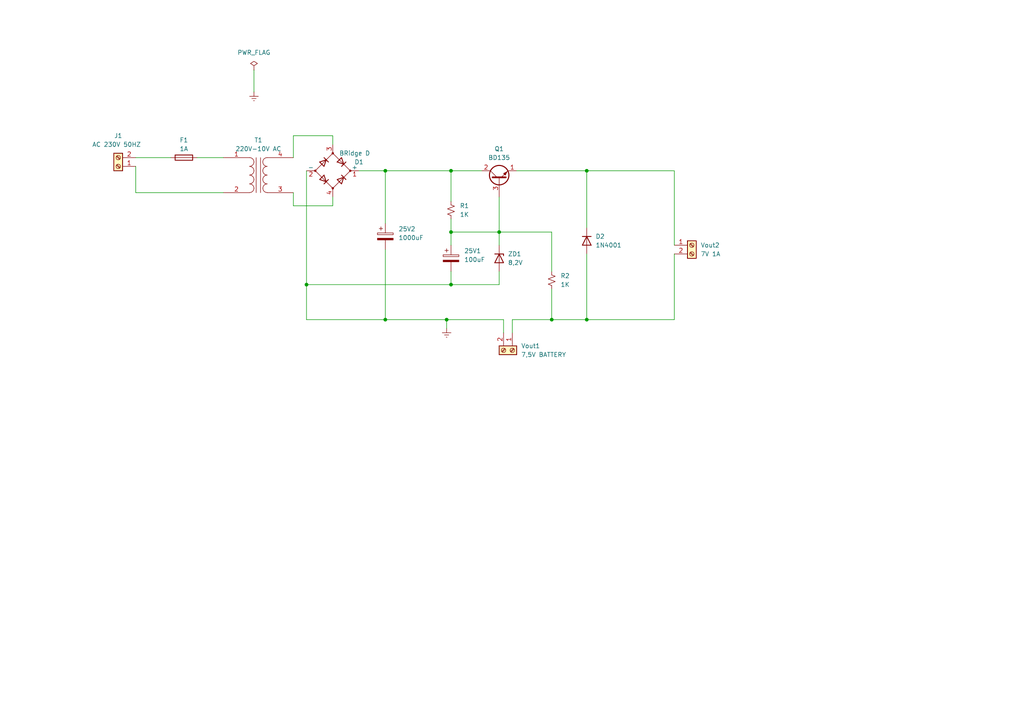
<source format=kicad_sch>
(kicad_sch (version 20230121) (generator eeschema)
  (paper "A4")
  (title_block (title "Simple UPS Module ") (date "22.12.2023") (rev "1.0") (company "by Muxtar_Safarov"))
  (lib_symbols
    (symbol "Connector:Screw_Terminal_01x02" (pin_names (offset 1.016) hide)
      (property "Reference" "J" (at 0 2.54 0))
      (property "Value" "Screw_Terminal_01x02" (at 0 -5.08 0))
      (symbol "Screw_Terminal_01x02_1_1"
        (rectangle (start -1.27 1.27) (end 1.27 -3.81) (stroke (width 0.254)) (fill (type background)))
        (circle (center 0 -2.54) (radius 0.635) (stroke (width 0.1524)))
        (polyline (pts (xy -0.5334 -2.2098) (xy 0.3302 -3.048)) (stroke (width 0.1524)))
        (polyline (pts (xy -0.5334 0.3302) (xy 0.3302 -0.508)) (stroke (width 0.1524)))
        (polyline (pts (xy -0.3556 -2.032) (xy 0.508 -2.8702)) (stroke (width 0.1524)))
        (polyline (pts (xy -0.3556 0.508) (xy 0.508 -0.3302)) (stroke (width 0.1524)))
        (circle (center 0 0) (radius 0.635) (stroke (width 0.1524)))
        (pin passive line (at -5.08 0 0) (length 3.81) (name "Pin_1") (number "1"))
        (pin passive line (at -5.08 -2.54 0) (length 3.81) (name "Pin_2") (number "2"))
      )
    )
    (symbol "Device:C_Polarized" (pin_numbers hide) (pin_names (offset 0.254))
      (property "Reference" "C" (at 0.635 2.54 0))
      (property "Value" "C_Polarized" (at 0.635 -2.54 0))
      (symbol "C_Polarized_0_1"
        (rectangle (start -2.286 0.508) (end 2.286 1.016))
        (polyline (pts (xy -1.778 2.286) (xy -0.762 2.286)))
        (polyline (pts (xy -1.27 2.794) (xy -1.27 1.778)))
        (rectangle (start 2.286 -0.508) (end -2.286 -1.016) (fill (type outline)))
      )
      (symbol "C_Polarized_1_1"
        (pin passive line (at 0 3.81 270) (length 2.794) (name "~") (number "1"))
        (pin passive line (at 0 -3.81 90) (length 2.794) (name "~") (number "2"))
      )
    )
    (symbol "Device:D_Bridge_+-AA" (pin_names (offset 0))
      (property "Reference" "D" (at 2.54 6.985 0))
      (property "Value" "D_Bridge_+-AA" (at 2.54 5.08 0))
      (symbol "D_Bridge_+-AA_0_1"
        (circle (center -5.08 0) (radius 0.254) (fill (type outline)))
        (circle (center 0 -5.08) (radius 0.254) (fill (type outline)))
        (polyline (pts (xy -2.54 3.81) (xy -1.27 2.54)) (stroke (width 0.254)))
        (polyline (pts (xy -1.27 -2.54) (xy -2.54 -3.81)) (stroke (width 0.254)))
        (polyline (pts (xy 2.54 -1.27) (xy 3.81 -2.54)) (stroke (width 0.254)))
        (polyline (pts (xy 2.54 1.27) (xy 3.81 2.54)) (stroke (width 0.254)))
        (polyline (pts (xy -3.81 2.54) (xy -2.54 1.27) (xy -1.905 3.175) (xy -3.81 2.54)) (stroke (width 0.254)))
        (polyline (pts (xy -2.54 -1.27) (xy -3.81 -2.54) (xy -1.905 -3.175) (xy -2.54 -1.27)) (stroke (width 0.254)))
        (polyline (pts (xy 1.27 2.54) (xy 2.54 3.81) (xy 3.175 1.905) (xy 1.27 2.54)) (stroke (width 0.254)))
        (polyline (pts (xy 3.175 -1.905) (xy 1.27 -2.54) (xy 2.54 -3.81) (xy 3.175 -1.905)) (stroke (width 0.254)))
        (polyline (pts (xy -5.08 0) (xy 0 -5.08) (xy 5.08 0) (xy 0 5.08) (xy -5.08 0)))
        (circle (center 0 5.08) (radius 0.254) (fill (type outline)))
        (circle (center 5.08 0) (radius 0.254) (fill (type outline)))
      )
      (symbol "D_Bridge_+-AA_1_1"
        (pin passive line (at 7.62 0 180) (length 2.54) (name "+") (number "1"))
        (pin passive line (at -7.62 0 0) (length 2.54) (name "-") (number "2"))
        (pin passive line (at 0 7.62 270) (length 2.54) (name "~") (number "3"))
        (pin passive line (at 0 -7.62 90) (length 2.54) (name "~") (number "4"))
      )
    )
    (symbol "Device:D_Zener" (pin_numbers hide) (pin_names (offset 1.016) hide)
      (property "Reference" "D" (at 0 2.54 0))
      (property "Value" "D_Zener" (at 0 -2.54 0))
      (symbol "D_Zener_0_1"
        (polyline (pts (xy 1.27 0) (xy -1.27 0)))
        (polyline (pts (xy -1.27 -1.27) (xy -1.27 1.27) (xy -0.762 1.27)) (stroke (width 0.254)))
        (polyline (pts (xy 1.27 -1.27) (xy 1.27 1.27) (xy -1.27 0) (xy 1.27 -1.27)) (stroke (width 0.254)))
      )
      (symbol "D_Zener_1_1"
        (pin passive line (at -3.81 0 0) (length 2.54) (name "K") (number "1"))
        (pin passive line (at 3.81 0 180) (length 2.54) (name "A") (number "2"))
      )
    )
    (symbol "Device:Fuse" (pin_numbers hide) (pin_names (offset 0))
      (property "Reference" "F" (at 2.032 0 90))
      (property "Value" "Fuse" (at -1.905 0 90))
      (symbol "Fuse_0_1"
        (rectangle (start -0.762 -2.54) (end 0.762 2.54) (stroke (width 0.254)))
        (polyline (pts (xy 0 2.54) (xy 0 -2.54)))
      )
      (symbol "Fuse_1_1"
        (pin passive line (at 0 3.81 270) (length 1.27) (name "~") (number "1"))
        (pin passive line (at 0 -3.81 90) (length 1.27) (name "~") (number "2"))
      )
    )
    (symbol "Device:R_Small_US" (pin_numbers hide) (pin_names (offset 0.254) hide)
      (property "Reference" "R" (at 0.762 0.508 0))
      (property "Value" "R_Small_US" (at 0.762 -1.016 0))
      (symbol "R_Small_US_1_1"
        (polyline (pts (xy 0 0) (xy 1.016 -0.381) (xy 0 -0.762) (xy -1.016 -1.143) (xy 0 -1.524)))
        (polyline (pts (xy 0 1.524) (xy 1.016 1.143) (xy 0 0.762) (xy -1.016 0.381) (xy 0 0)))
        (pin passive line (at 0 2.54 270) (length 1.016) (name "~") (number "1"))
        (pin passive line (at 0 -2.54 90) (length 1.016) (name "~") (number "2"))
      )
    )
    (symbol "Device:Transformer_1P_1S" (pin_names (offset 1.016) hide)
      (property "Reference" "T" (at 0 6.35 0))
      (property "Value" "Transformer_1P_1S" (at 0 -7.62 0))
      (symbol "Transformer_1P_1S_0_1"
        (arc (start -2.54 -5.0546) (mid -1.6599 -4.6901) (end -1.27 -3.81))
        (arc (start -2.54 -2.5146) (mid -1.6599 -2.1501) (end -1.27 -1.27))
        (arc (start -2.54 0.0254) (mid -1.6599 0.3899) (end -1.27 1.27))
        (arc (start -2.54 2.5654) (mid -1.6599 2.9299) (end -1.27 3.81))
        (arc (start -1.27 -3.81) (mid -1.642 -2.912) (end -2.54 -2.54))
        (arc (start -1.27 -1.27) (mid -1.642 -0.372) (end -2.54 0))
        (arc (start -1.27 1.27) (mid -1.642 2.168) (end -2.54 2.54))
        (arc (start -1.27 3.81) (mid -1.642 4.708) (end -2.54 5.08))
        (polyline (pts (xy -0.635 5.08) (xy -0.635 -5.08)))
        (polyline (pts (xy 0.635 -5.08) (xy 0.635 5.08)))
        (arc (start 1.2954 -1.27) (mid 1.6599 -2.1501) (end 2.54 -2.5146))
        (arc (start 1.2954 1.27) (mid 1.6599 0.3899) (end 2.54 0.0254))
        (arc (start 1.2954 3.81) (mid 1.6599 2.9299) (end 2.54 2.5654))
        (arc (start 1.3208 -3.81) (mid 1.6853 -4.6901) (end 2.5654 -5.0546))
        (arc (start 2.54 0) (mid 1.642 -0.372) (end 1.2954 -1.27))
        (arc (start 2.54 2.54) (mid 1.642 2.168) (end 1.2954 1.27))
        (arc (start 2.54 5.08) (mid 1.642 4.708) (end 1.2954 3.81))
        (arc (start 2.5654 -2.54) (mid 1.6674 -2.912) (end 1.3208 -3.81))
      )
      (symbol "Transformer_1P_1S_1_1"
        (pin passive line (at -10.16 5.08 0) (length 7.62) (name "AA") (number "1"))
        (pin passive line (at -10.16 -5.08 0) (length 7.62) (name "AB") (number "2"))
        (pin passive line (at 10.16 -5.08 180) (length 7.62) (name "SA") (number "3"))
        (pin passive line (at 10.16 5.08 180) (length 7.62) (name "SB") (number "4"))
      )
    )
    (symbol "Diode:1N4001" (pin_numbers hide) (pin_names hide)
      (property "Reference" "D" (at 0 2.54 0))
      (property "Value" "1N4001" (at 0 -2.54 0))
      (symbol "1N4001_0_1"
        (polyline (pts (xy -1.27 1.27) (xy -1.27 -1.27)) (stroke (width 0.254)))
        (polyline (pts (xy 1.27 0) (xy -1.27 0)))
        (polyline (pts (xy 1.27 1.27) (xy 1.27 -1.27) (xy -1.27 0) (xy 1.27 1.27)) (stroke (width 0.254)))
      )
      (symbol "1N4001_1_1"
        (pin passive line (at -3.81 0 0) (length 2.54) (name "K") (number "1"))
        (pin passive line (at 3.81 0 180) (length 2.54) (name "A") (number "2"))
      )
    )
    (symbol "Transistor_BJT:BD135" (pin_names (offset 0) hide)
      (property "Reference" "Q" (at 5.08 1.905 0))
      (property "Value" "BD135" (at 5.08 0 0))
      (symbol "BD135_0_1"
        (polyline (pts (xy 0 0) (xy 0.635 0)))
        (polyline (pts (xy 2.54 -2.54) (xy 0.635 -0.635)))
        (polyline (pts (xy 2.54 2.54) (xy 0.635 0.635)))
        (polyline (pts (xy 0.635 1.905) (xy 0.635 -1.905) (xy 0.635 -1.905)) (stroke (width 0.508)) (fill (type outline)))
        (polyline (pts (xy 1.2446 -1.778) (xy 1.7526 -1.27) (xy 2.286 -2.286) (xy 1.2446 -1.778) (xy 1.2446 -1.778)) (fill (type outline)))
        (circle (center 1.27 0) (radius 2.8194) (stroke (width 0.3048)))
      )
      (symbol "BD135_1_1"
        (pin passive line (at 2.54 -5.08 90) (length 2.54) (name "E") (number "1"))
        (pin passive line (at 2.54 5.08 270) (length 2.54) (name "C") (number "2"))
        (pin input line (at -5.08 0 0) (length 5.08) (name "B") (number "3"))
      )
    )
    (symbol "power:Earth" (power) (pin_names (offset 0))
      (symbol "Earth_0_1"
        (polyline (pts (xy -0.635 -1.905) (xy 0.635 -1.905)))
        (polyline (pts (xy -0.127 -2.54) (xy 0.127 -2.54)))
        (polyline (pts (xy 0 -1.27) (xy 0 0)))
        (polyline (pts (xy 1.27 -1.27) (xy -1.27 -1.27)))
      )
      (symbol "Earth_1_1"
        (pin power_in line (at 0 0 270) (length 0) hide (name "Earth") (number "1"))
      )
    )
    (symbol "power:PWR_FLAG" (power) (pin_numbers hide) (pin_names (offset 0) hide)
      (property "Value" "PWR_FLAG" (at 0 3.81 0))
      (symbol "PWR_FLAG_0_0"
        (pin power_out line (at 0 0 90) (length 0) (name "pwr") (number "1"))
      )
      (symbol "PWR_FLAG_0_1"
        (polyline (pts (xy 0 0) (xy 0 1.27) (xy -1.016 1.905) (xy 0 2.54) (xy 1.016 1.905) (xy 0 1.27)))
      )
    )
  )
  (junction (at 144.78 67.31))
  (junction (at 130.81 82.55))
  (junction (at 129.54 92.71))
  (junction (at 130.81 49.53))
  (junction (at 88.9 82.55))
  (junction (at 170.18 49.53))
  (junction (at 130.81 67.31))
  (junction (at 111.76 92.71))
  (junction (at 170.18 92.71))
  (junction (at 160.02 92.71))
  (junction (at 111.76 49.53))
  (wire (pts (xy 111.76 49.53) (xy 130.81 49.53)))
  (wire (pts (xy 149.86 49.53) (xy 170.18 49.53)))
  (wire (pts (xy 195.58 73.66) (xy 195.58 92.71)))
  (wire (pts (xy 146.05 92.71) (xy 129.54 92.71)))
  (wire (pts (xy 104.14 49.53) (xy 111.76 49.53)))
  (wire (pts (xy 130.81 49.53) (xy 139.7 49.53)))
  (wire (pts (xy 39.37 55.88) (xy 64.77 55.88)))
  (wire (pts (xy 130.81 67.31) (xy 130.81 71.12)))
  (wire (pts (xy 144.78 71.12) (xy 144.78 67.31)))
  (wire (pts (xy 130.81 78.74) (xy 130.81 82.55)))
  (wire (pts (xy 144.78 82.55) (xy 130.81 82.55)))
  (wire (pts (xy 195.58 49.53) (xy 170.18 49.53)))
  (wire (pts (xy 130.81 82.55) (xy 88.9 82.55)))
  (wire (pts (xy 170.18 49.53) (xy 170.18 66.04)))
  (wire (pts (xy 144.78 78.74) (xy 144.78 82.55)))
  (wire (pts (xy 146.05 96.52) (xy 146.05 92.71)))
  (wire (pts (xy 160.02 67.31) (xy 144.78 67.31)))
  (wire (pts (xy 130.81 58.42) (xy 130.81 49.53)))
  (wire (pts (xy 88.9 82.55) (xy 88.9 92.71)))
  (wire (pts (xy 144.78 57.15) (xy 144.78 67.31)))
  (wire (pts (xy 111.76 49.53) (xy 111.76 64.77)))
  (wire (pts (xy 130.81 63.5) (xy 130.81 67.31)))
  (wire (pts (xy 96.52 41.91) (xy 96.52 39.37)))
  (wire (pts (xy 160.02 78.74) (xy 160.02 67.31)))
  (wire (pts (xy 148.59 92.71) (xy 148.59 96.52)))
  (wire (pts (xy 88.9 49.53) (xy 88.9 82.55)))
  (wire (pts (xy 111.76 92.71) (xy 129.54 92.71)))
  (wire (pts (xy 57.15 45.72) (xy 64.77 45.72)))
  (wire (pts (xy 85.09 59.69) (xy 96.52 59.69)))
  (wire (pts (xy 96.52 59.69) (xy 96.52 57.15)))
  (wire (pts (xy 170.18 92.71) (xy 160.02 92.71)))
  (wire (pts (xy 195.58 92.71) (xy 170.18 92.71)))
  (wire (pts (xy 85.09 39.37) (xy 85.09 45.72)))
  (wire (pts (xy 88.9 92.71) (xy 111.76 92.71)))
  (wire (pts (xy 73.66 20.32) (xy 73.66 26.67)))
  (wire (pts (xy 195.58 71.12) (xy 195.58 49.53)))
  (wire (pts (xy 170.18 73.66) (xy 170.18 92.71)))
  (wire (pts (xy 129.54 95.25) (xy 129.54 92.71)))
  (wire (pts (xy 85.09 55.88) (xy 85.09 59.69)))
  (wire (pts (xy 39.37 45.72) (xy 49.53 45.72)))
  (wire (pts (xy 96.52 39.37) (xy 85.09 39.37)))
  (wire (pts (xy 160.02 92.71) (xy 148.59 92.71)))
  (wire (pts (xy 39.37 48.26) (xy 39.37 55.88)))
  (wire (pts (xy 160.02 83.82) (xy 160.02 92.71)))
  (wire (pts (xy 111.76 72.39) (xy 111.76 92.71)))
  (wire (pts (xy 130.81 67.31) (xy 144.78 67.31)))
  (symbol (lib_id "Connector:Screw_Terminal_01x02") (at 200.66 71.12 0) (unit 1)
    (property "Reference" "Vout2" (at 203.2 71.12 0) (effects (justify left)))
    (property "Value" "7V 1A " (at 203.2 73.66 0) (effects (justify left)))
    (property "Footprint" "TerminalBlock:TerminalBlock_bornier-2_P5.08mm" (effects hide))
  )
  (symbol (lib_id "Device:Transformer_1P_1S") (at 74.93 50.8 0) (unit 1)
    (property "Reference" "T1" (at 74.9427 40.64 0))
    (property "Value" "220V-10V AC" (at 74.9427 43.18 0))
    (property "Footprint" "Transformer_THT:Transformer_Toroid_Horizontal_D18.0mm" (effects hide))
  )
  (symbol (lib_id "power:PWR_FLAG") (at 73.66 20.32 0) (unit 1)
    (property "Reference" "#FLG01" (effects hide))
    (property "Value" "PWR_FLAG" (at 73.66 15.24 0))
  )
  (symbol (lib_id "power:Earth") (at 129.54 95.25 0) (unit 1)
    (property "Reference" "#PWR01" (effects hide))
    (property "Value" "Earth" (effects hide))
  )
  (symbol (lib_id "Connector:Screw_Terminal_01x02") (at 148.59 101.6 270) (unit 1)
    (property "Reference" "Vout1" (at 151.13 100.33 90) (effects (justify left)))
    (property "Value" "7,5V BATTERY" (at 151.13 102.87 90) (effects (justify left)))
    (property "Footprint" "TerminalBlock:TerminalBlock_bornier-2_P5.08mm" (effects hide))
  )
  (symbol (lib_id "Device:D_Zener") (at 144.78 74.93 270) (unit 1)
    (property "Reference" "ZD1" (at 147.32 73.66 90) (effects (justify left)))
    (property "Value" "8,2V" (at 147.32 76.2 90) (effects (justify left)))
    (property "Footprint" "Diode_THT:D_DO-35_SOD27_P7.62mm_Horizontal" (effects hide))
  )
  (symbol (lib_id "Device:C_Polarized") (at 130.81 74.93 0) (unit 1)
    (property "Reference" "25V1" (at 134.62 72.771 0) (effects (justify left)))
    (property "Value" "100uF" (at 134.62 75.311 0) (effects (justify left)))
    (property "Footprint" "Capacitor_THT:CP_Radial_D10.0mm_P7.50mm" (effects hide))
  )
  (symbol (lib_id "Device:R_Small_US") (at 160.02 81.28 180) (unit 1)
    (property "Reference" "R2" (at 162.56 80.01 0) (effects (justify right)))
    (property "Value" "1K" (at 162.56 82.55 0) (effects (justify right)))
    (property "Footprint" "Resistor_THT:R_Axial_DIN0411_L9.9mm_D3.6mm_P15.24mm_Horizontal" (effects hide))
  )
  (symbol (lib_id "Device:R_Small_US") (at 130.81 60.96 180) (unit 1)
    (property "Reference" "R1" (at 133.35 59.69 0) (effects (justify right)))
    (property "Value" "1K" (at 133.35 62.23 0) (effects (justify right)))
    (property "Footprint" "Resistor_THT:R_Axial_DIN0411_L9.9mm_D3.6mm_P15.24mm_Horizontal" (effects hide))
  )
  (symbol (lib_id "Device:C_Polarized") (at 111.76 68.58 0) (unit 1)
    (property "Reference" "25V2" (at 115.57 66.421 0) (effects (justify left)))
    (property "Value" "1000uF" (at 115.57 68.961 0) (effects (justify left)))
    (property "Footprint" "Capacitor_THT:CP_Radial_D16.0mm_P7.50mm" (effects hide))
  )
  (symbol (lib_id "Transistor_BJT:BD135") (at 144.78 52.07 90) (unit 1)
    (property "Reference" "Q1" (at 144.78 43.18 90))
    (property "Value" "BD135" (at 144.78 45.72 90))
    (property "Footprint" "Package_TO_SOT_THT:TO-126-3_Vertical" (effects hide))
    (property "Datasheet" "http://www.st.com/internet/com/TECHNICAL_RESOURCES/TECHNICAL_LITERATURE/DATASHEET/CD00001225.pdf" (effects hide))
  )
  (symbol (lib_id "Device:D_Bridge_+-AA") (at 96.52 49.53 0) (unit 1)
    (property "Reference" "D1" (at 104.14 46.99 0))
    (property "Value" "BRidge D" (at 102.87 44.45 0))
    (property "Footprint" "Diode_THT:Diode_Bridge_IXYS_GUFP" (effects hide))
  )
  (symbol (lib_id "Diode:1N4001") (at 170.18 69.85 270) (unit 1)
    (property "Reference" "D2" (at 172.72 68.58 90) (effects (justify left)))
    (property "Value" "1N4001" (at 172.72 71.12 90) (effects (justify left)))
    (property "Footprint" "Diode_THT:D_DO-41_SOD81_P10.16mm_Horizontal" (effects hide))
    (property "Datasheet" "http://www.vishay.com/docs/88503/1n4001.pdf" (effects hide))
    (property "Sim.Device" "D" (effects hide))
    (property "Sim.Pins" "1=K 2=A" (effects hide))
  )
  (symbol (lib_id "Connector:Screw_Terminal_01x02") (at 34.29 48.26 180) (unit 1)
    (property "Reference" "J1" (at 34.29 39.37 0))
    (property "Value" "AC 230V 50HZ " (at 34.29 41.91 0))
    (property "Footprint" "TerminalBlock:TerminalBlock_bornier-2_P5.08mm" (effects hide))
  )
  (symbol (lib_id "power:Earth") (at 73.66 26.67 0) (unit 1)
    (property "Reference" "#PWR02" (effects hide))
    (property "Value" "Earth" (effects hide))
  )
  (symbol (lib_id "Device:Fuse") (at 53.34 45.72 90) (unit 1)
    (property "Reference" "F1" (at 53.34 40.64 90))
    (property "Value" "1A" (at 53.34 43.18 90))
    (property "Footprint" "Fuse:Fuse_Bourns_MF-RG900" (effects hide))
  )
)
</source>
